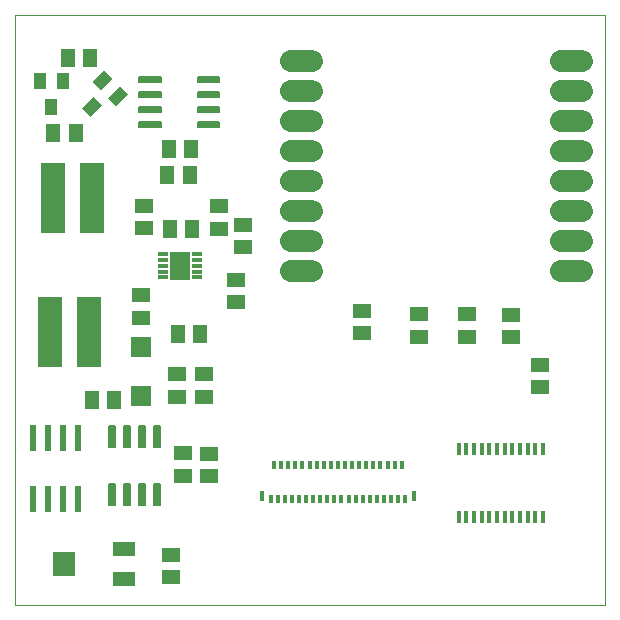
<source format=gts>
G75*
%MOIN*%
%OFA0B0*%
%FSLAX25Y25*%
%IPPOS*%
%LPD*%
%AMOC8*
5,1,8,0,0,1.08239X$1,22.5*
%
%ADD10C,0.00000*%
%ADD11R,0.05118X0.05906*%
%ADD12R,0.05906X0.05118*%
%ADD13R,0.06693X0.07087*%
%ADD14R,0.01200X0.03900*%
%ADD15R,0.07874X0.23622*%
%ADD16R,0.06299X0.05118*%
%ADD17R,0.05118X0.06299*%
%ADD18C,0.00591*%
%ADD19R,0.03200X0.01200*%
%ADD20R,0.06900X0.09800*%
%ADD21C,0.07200*%
%ADD22R,0.01181X0.03150*%
%ADD23R,0.01181X0.02559*%
%ADD24R,0.01575X0.03740*%
%ADD25R,0.02362X0.08661*%
%ADD26R,0.07480X0.05118*%
%ADD27R,0.07480X0.07874*%
%ADD28R,0.03937X0.05512*%
D10*
X0005982Y0001000D02*
X0005982Y0197850D01*
X0202832Y0197850D01*
X0202832Y0001000D01*
X0005982Y0001000D01*
D11*
X0031690Y0069307D03*
X0039171Y0069307D03*
X0057281Y0153165D03*
X0064761Y0153165D03*
X0031100Y0183480D03*
X0023619Y0183480D03*
X0026336Y0158283D03*
X0018856Y0158283D03*
D12*
X0049092Y0134150D03*
X0049092Y0126669D03*
X0047911Y0104346D03*
X0047911Y0096866D03*
X0069171Y0078047D03*
X0069171Y0070567D03*
X0062084Y0051709D03*
X0062084Y0044228D03*
X0180982Y0073756D03*
X0180982Y0081236D03*
D13*
X0047911Y0086984D03*
X0047911Y0070843D03*
D14*
X0153915Y0053235D03*
X0156474Y0053235D03*
X0159033Y0053235D03*
X0161592Y0053235D03*
X0164151Y0053235D03*
X0166710Y0053235D03*
X0169269Y0053235D03*
X0171828Y0053235D03*
X0174387Y0053235D03*
X0176946Y0053235D03*
X0179505Y0053235D03*
X0182064Y0053235D03*
X0182064Y0030261D03*
X0179505Y0030261D03*
X0176946Y0030261D03*
X0174387Y0030261D03*
X0171828Y0030261D03*
X0169269Y0030261D03*
X0166710Y0030261D03*
X0164151Y0030261D03*
X0161592Y0030261D03*
X0159033Y0030261D03*
X0156474Y0030261D03*
X0153915Y0030261D03*
D15*
X0031730Y0136866D03*
X0018738Y0136866D03*
X0017832Y0092063D03*
X0030824Y0092063D03*
D16*
X0060115Y0078047D03*
X0060115Y0070567D03*
X0070745Y0051433D03*
X0070745Y0043953D03*
X0057989Y0017850D03*
X0057989Y0010370D03*
X0121572Y0091709D03*
X0121572Y0099189D03*
X0140863Y0098008D03*
X0140863Y0090528D03*
X0156808Y0090528D03*
X0156808Y0098008D03*
X0171533Y0097811D03*
X0171533Y0090331D03*
X0082163Y0120331D03*
X0082163Y0127811D03*
X0073895Y0126472D03*
X0073895Y0133953D03*
X0079801Y0109543D03*
X0079801Y0102063D03*
D17*
X0067753Y0091354D03*
X0060273Y0091354D03*
X0057635Y0126394D03*
X0065115Y0126394D03*
X0064289Y0144504D03*
X0056808Y0144504D03*
D18*
X0054663Y0162063D02*
X0047497Y0162063D01*
X0054663Y0162063D02*
X0054663Y0160291D01*
X0047497Y0160291D01*
X0047497Y0162063D01*
X0047497Y0160881D02*
X0054663Y0160881D01*
X0054663Y0161471D02*
X0047497Y0161471D01*
X0047497Y0162061D02*
X0054663Y0162061D01*
X0054663Y0167063D02*
X0047497Y0167063D01*
X0054663Y0167063D02*
X0054663Y0165291D01*
X0047497Y0165291D01*
X0047497Y0167063D01*
X0047497Y0165881D02*
X0054663Y0165881D01*
X0054663Y0166471D02*
X0047497Y0166471D01*
X0047497Y0167061D02*
X0054663Y0167061D01*
X0054663Y0172063D02*
X0047497Y0172063D01*
X0054663Y0172063D02*
X0054663Y0170291D01*
X0047497Y0170291D01*
X0047497Y0172063D01*
X0047497Y0170881D02*
X0054663Y0170881D01*
X0054663Y0171471D02*
X0047497Y0171471D01*
X0047497Y0172061D02*
X0054663Y0172061D01*
X0054663Y0177063D02*
X0047497Y0177063D01*
X0054663Y0177063D02*
X0054663Y0175291D01*
X0047497Y0175291D01*
X0047497Y0177063D01*
X0047497Y0175881D02*
X0054663Y0175881D01*
X0054663Y0176471D02*
X0047497Y0176471D01*
X0047497Y0177061D02*
X0054663Y0177061D01*
X0066985Y0177063D02*
X0074151Y0177063D01*
X0074151Y0175291D01*
X0066985Y0175291D01*
X0066985Y0177063D01*
X0066985Y0175881D02*
X0074151Y0175881D01*
X0074151Y0176471D02*
X0066985Y0176471D01*
X0066985Y0177061D02*
X0074151Y0177061D01*
X0074151Y0172063D02*
X0066985Y0172063D01*
X0074151Y0172063D02*
X0074151Y0170291D01*
X0066985Y0170291D01*
X0066985Y0172063D01*
X0066985Y0170881D02*
X0074151Y0170881D01*
X0074151Y0171471D02*
X0066985Y0171471D01*
X0066985Y0172061D02*
X0074151Y0172061D01*
X0074151Y0167063D02*
X0066985Y0167063D01*
X0074151Y0167063D02*
X0074151Y0165291D01*
X0066985Y0165291D01*
X0066985Y0167063D01*
X0066985Y0165881D02*
X0074151Y0165881D01*
X0074151Y0166471D02*
X0066985Y0166471D01*
X0066985Y0167061D02*
X0074151Y0167061D01*
X0074151Y0162063D02*
X0066985Y0162063D01*
X0074151Y0162063D02*
X0074151Y0160291D01*
X0066985Y0160291D01*
X0066985Y0162063D01*
X0066985Y0160881D02*
X0074151Y0160881D01*
X0074151Y0161471D02*
X0066985Y0161471D01*
X0066985Y0162061D02*
X0074151Y0162061D01*
X0052477Y0060902D02*
X0052477Y0053736D01*
X0052477Y0060902D02*
X0054249Y0060902D01*
X0054249Y0053736D01*
X0052477Y0053736D01*
X0052477Y0054326D02*
X0054249Y0054326D01*
X0054249Y0054916D02*
X0052477Y0054916D01*
X0052477Y0055506D02*
X0054249Y0055506D01*
X0054249Y0056096D02*
X0052477Y0056096D01*
X0052477Y0056686D02*
X0054249Y0056686D01*
X0054249Y0057276D02*
X0052477Y0057276D01*
X0052477Y0057866D02*
X0054249Y0057866D01*
X0054249Y0058456D02*
X0052477Y0058456D01*
X0052477Y0059046D02*
X0054249Y0059046D01*
X0054249Y0059636D02*
X0052477Y0059636D01*
X0052477Y0060226D02*
X0054249Y0060226D01*
X0054249Y0060816D02*
X0052477Y0060816D01*
X0047477Y0060902D02*
X0047477Y0053736D01*
X0047477Y0060902D02*
X0049249Y0060902D01*
X0049249Y0053736D01*
X0047477Y0053736D01*
X0047477Y0054326D02*
X0049249Y0054326D01*
X0049249Y0054916D02*
X0047477Y0054916D01*
X0047477Y0055506D02*
X0049249Y0055506D01*
X0049249Y0056096D02*
X0047477Y0056096D01*
X0047477Y0056686D02*
X0049249Y0056686D01*
X0049249Y0057276D02*
X0047477Y0057276D01*
X0047477Y0057866D02*
X0049249Y0057866D01*
X0049249Y0058456D02*
X0047477Y0058456D01*
X0047477Y0059046D02*
X0049249Y0059046D01*
X0049249Y0059636D02*
X0047477Y0059636D01*
X0047477Y0060226D02*
X0049249Y0060226D01*
X0049249Y0060816D02*
X0047477Y0060816D01*
X0042477Y0060902D02*
X0042477Y0053736D01*
X0042477Y0060902D02*
X0044249Y0060902D01*
X0044249Y0053736D01*
X0042477Y0053736D01*
X0042477Y0054326D02*
X0044249Y0054326D01*
X0044249Y0054916D02*
X0042477Y0054916D01*
X0042477Y0055506D02*
X0044249Y0055506D01*
X0044249Y0056096D02*
X0042477Y0056096D01*
X0042477Y0056686D02*
X0044249Y0056686D01*
X0044249Y0057276D02*
X0042477Y0057276D01*
X0042477Y0057866D02*
X0044249Y0057866D01*
X0044249Y0058456D02*
X0042477Y0058456D01*
X0042477Y0059046D02*
X0044249Y0059046D01*
X0044249Y0059636D02*
X0042477Y0059636D01*
X0042477Y0060226D02*
X0044249Y0060226D01*
X0044249Y0060816D02*
X0042477Y0060816D01*
X0037477Y0060902D02*
X0037477Y0053736D01*
X0037477Y0060902D02*
X0039249Y0060902D01*
X0039249Y0053736D01*
X0037477Y0053736D01*
X0037477Y0054326D02*
X0039249Y0054326D01*
X0039249Y0054916D02*
X0037477Y0054916D01*
X0037477Y0055506D02*
X0039249Y0055506D01*
X0039249Y0056096D02*
X0037477Y0056096D01*
X0037477Y0056686D02*
X0039249Y0056686D01*
X0039249Y0057276D02*
X0037477Y0057276D01*
X0037477Y0057866D02*
X0039249Y0057866D01*
X0039249Y0058456D02*
X0037477Y0058456D01*
X0037477Y0059046D02*
X0039249Y0059046D01*
X0039249Y0059636D02*
X0037477Y0059636D01*
X0037477Y0060226D02*
X0039249Y0060226D01*
X0039249Y0060816D02*
X0037477Y0060816D01*
X0037477Y0041414D02*
X0037477Y0034248D01*
X0037477Y0041414D02*
X0039249Y0041414D01*
X0039249Y0034248D01*
X0037477Y0034248D01*
X0037477Y0034838D02*
X0039249Y0034838D01*
X0039249Y0035428D02*
X0037477Y0035428D01*
X0037477Y0036018D02*
X0039249Y0036018D01*
X0039249Y0036608D02*
X0037477Y0036608D01*
X0037477Y0037198D02*
X0039249Y0037198D01*
X0039249Y0037788D02*
X0037477Y0037788D01*
X0037477Y0038378D02*
X0039249Y0038378D01*
X0039249Y0038968D02*
X0037477Y0038968D01*
X0037477Y0039558D02*
X0039249Y0039558D01*
X0039249Y0040148D02*
X0037477Y0040148D01*
X0037477Y0040738D02*
X0039249Y0040738D01*
X0039249Y0041328D02*
X0037477Y0041328D01*
X0042477Y0041414D02*
X0042477Y0034248D01*
X0042477Y0041414D02*
X0044249Y0041414D01*
X0044249Y0034248D01*
X0042477Y0034248D01*
X0042477Y0034838D02*
X0044249Y0034838D01*
X0044249Y0035428D02*
X0042477Y0035428D01*
X0042477Y0036018D02*
X0044249Y0036018D01*
X0044249Y0036608D02*
X0042477Y0036608D01*
X0042477Y0037198D02*
X0044249Y0037198D01*
X0044249Y0037788D02*
X0042477Y0037788D01*
X0042477Y0038378D02*
X0044249Y0038378D01*
X0044249Y0038968D02*
X0042477Y0038968D01*
X0042477Y0039558D02*
X0044249Y0039558D01*
X0044249Y0040148D02*
X0042477Y0040148D01*
X0042477Y0040738D02*
X0044249Y0040738D01*
X0044249Y0041328D02*
X0042477Y0041328D01*
X0047477Y0041414D02*
X0047477Y0034248D01*
X0047477Y0041414D02*
X0049249Y0041414D01*
X0049249Y0034248D01*
X0047477Y0034248D01*
X0047477Y0034838D02*
X0049249Y0034838D01*
X0049249Y0035428D02*
X0047477Y0035428D01*
X0047477Y0036018D02*
X0049249Y0036018D01*
X0049249Y0036608D02*
X0047477Y0036608D01*
X0047477Y0037198D02*
X0049249Y0037198D01*
X0049249Y0037788D02*
X0047477Y0037788D01*
X0047477Y0038378D02*
X0049249Y0038378D01*
X0049249Y0038968D02*
X0047477Y0038968D01*
X0047477Y0039558D02*
X0049249Y0039558D01*
X0049249Y0040148D02*
X0047477Y0040148D01*
X0047477Y0040738D02*
X0049249Y0040738D01*
X0049249Y0041328D02*
X0047477Y0041328D01*
X0052477Y0041414D02*
X0052477Y0034248D01*
X0052477Y0041414D02*
X0054249Y0041414D01*
X0054249Y0034248D01*
X0052477Y0034248D01*
X0052477Y0034838D02*
X0054249Y0034838D01*
X0054249Y0035428D02*
X0052477Y0035428D01*
X0052477Y0036018D02*
X0054249Y0036018D01*
X0054249Y0036608D02*
X0052477Y0036608D01*
X0052477Y0037198D02*
X0054249Y0037198D01*
X0054249Y0037788D02*
X0052477Y0037788D01*
X0052477Y0038378D02*
X0054249Y0038378D01*
X0054249Y0038968D02*
X0052477Y0038968D01*
X0052477Y0039558D02*
X0054249Y0039558D01*
X0054249Y0040148D02*
X0052477Y0040148D01*
X0052477Y0040738D02*
X0054249Y0040738D01*
X0054249Y0041328D02*
X0052477Y0041328D01*
D19*
X0055242Y0110252D03*
X0055242Y0112220D03*
X0055242Y0114189D03*
X0055242Y0116157D03*
X0055242Y0118126D03*
X0066642Y0118126D03*
X0066642Y0116157D03*
X0066642Y0114189D03*
X0066642Y0112220D03*
X0066642Y0110252D03*
D20*
X0060942Y0114189D03*
D21*
X0097972Y0112260D02*
X0105172Y0112260D01*
X0105172Y0122260D02*
X0097972Y0122260D01*
X0097972Y0132260D02*
X0105172Y0132260D01*
X0105172Y0142260D02*
X0097972Y0142260D01*
X0097972Y0152260D02*
X0105172Y0152260D01*
X0105172Y0162260D02*
X0097972Y0162260D01*
X0097972Y0172260D02*
X0105172Y0172260D01*
X0105172Y0182260D02*
X0097972Y0182260D01*
X0187972Y0182260D02*
X0195172Y0182260D01*
X0195172Y0172260D02*
X0187972Y0172260D01*
X0187972Y0162260D02*
X0195172Y0162260D01*
X0195172Y0152260D02*
X0187972Y0152260D01*
X0187972Y0142260D02*
X0195172Y0142260D01*
X0195172Y0132260D02*
X0187972Y0132260D01*
X0187972Y0122260D02*
X0195172Y0122260D01*
X0195172Y0112260D02*
X0187972Y0112260D01*
D22*
X0136139Y0036394D03*
X0133777Y0036394D03*
X0131415Y0036394D03*
X0129052Y0036394D03*
X0126690Y0036394D03*
X0124328Y0036394D03*
X0121966Y0036394D03*
X0119604Y0036394D03*
X0117241Y0036394D03*
X0114879Y0036394D03*
X0112517Y0036394D03*
X0110155Y0036394D03*
X0107793Y0036394D03*
X0105430Y0036394D03*
X0103068Y0036394D03*
X0100706Y0036394D03*
X0098344Y0036394D03*
X0095982Y0036394D03*
X0093619Y0036394D03*
X0091257Y0036394D03*
D23*
X0092438Y0047713D03*
X0094801Y0047713D03*
X0097163Y0047713D03*
X0099525Y0047713D03*
X0101887Y0047713D03*
X0104249Y0047713D03*
X0106612Y0047713D03*
X0108974Y0047713D03*
X0111336Y0047713D03*
X0113698Y0047713D03*
X0116060Y0047713D03*
X0118423Y0047713D03*
X0120785Y0047713D03*
X0123147Y0047713D03*
X0125509Y0047713D03*
X0127871Y0047713D03*
X0130234Y0047713D03*
X0132596Y0047713D03*
X0134958Y0047713D03*
D24*
X0138895Y0037476D03*
X0088501Y0037476D03*
D25*
X0027025Y0036315D03*
X0022025Y0036315D03*
X0017025Y0036315D03*
X0012025Y0036315D03*
X0012025Y0056787D03*
X0017025Y0056787D03*
X0022025Y0056787D03*
X0027025Y0056787D03*
D26*
X0042320Y0019701D03*
X0042320Y0009701D03*
D27*
X0022241Y0014701D03*
D28*
X0018186Y0167142D03*
X0014446Y0175803D03*
X0021926Y0175803D03*
G36*
X0032216Y0170569D02*
X0034999Y0167786D01*
X0031102Y0163889D01*
X0028319Y0166672D01*
X0032216Y0170569D01*
G37*
G36*
X0035696Y0179338D02*
X0038479Y0176555D01*
X0034582Y0172658D01*
X0031799Y0175441D01*
X0035696Y0179338D01*
G37*
G36*
X0040986Y0174049D02*
X0043769Y0171266D01*
X0039872Y0167369D01*
X0037089Y0170152D01*
X0040986Y0174049D01*
G37*
M02*

</source>
